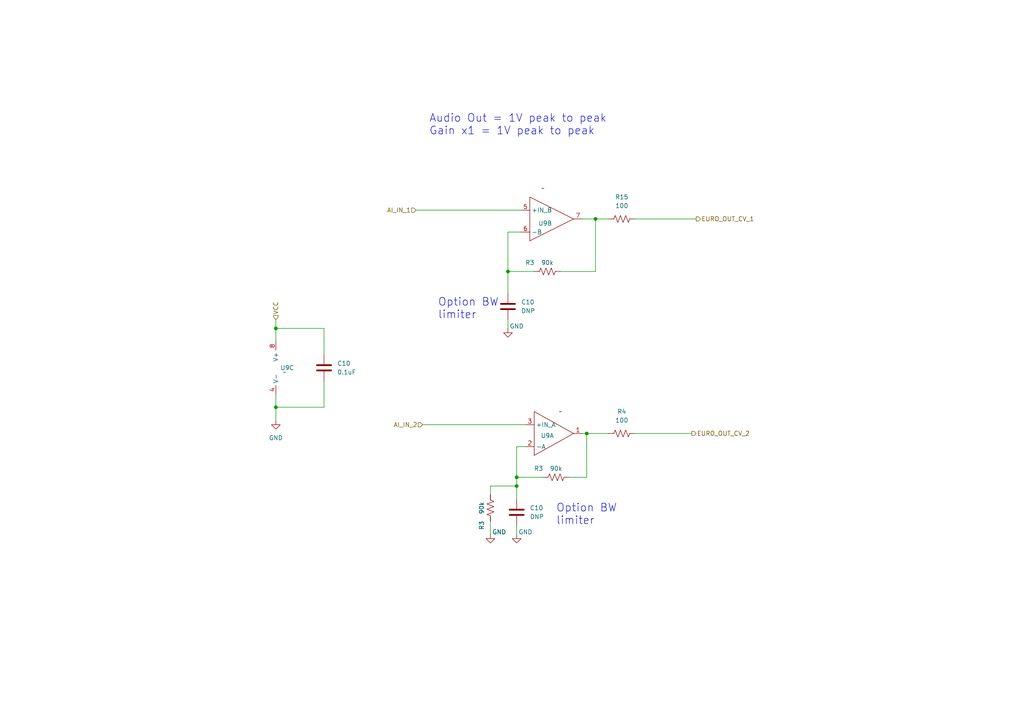
<source format=kicad_sch>
(kicad_sch (version 20230121) (generator eeschema)
  (paper "A4")
  (lib_symbols
    (symbol "Device:C" (pin_numbers hide) (pin_names (offset 0.254))
      (property "Reference" "C" (at 0.635 2.54 0))
      (property "Value" "C" (at 0.635 -2.54 0))
      (symbol "C_0_1"
        (polyline (pts (xy -2.032 -0.762) (xy 2.032 -0.762)) (stroke (width 0.508)))
        (polyline (pts (xy -2.032 0.762) (xy 2.032 0.762)) (stroke (width 0.508)))
      )
      (symbol "C_1_1"
        (pin passive line (at 0 3.81 270) (length 2.794) (name "~") (number "1"))
        (pin passive line (at 0 -3.81 90) (length 2.794) (name "~") (number "2"))
      )
    )
    (symbol "Device:R_US" (pin_numbers hide) (pin_names (offset 0))
      (property "Reference" "R" (at 2.54 0 90))
      (property "Value" "R_US" (at -2.54 0 90))
      (symbol "R_US_0_1"
        (polyline (pts (xy 0 -2.286) (xy 0 -2.54)))
        (polyline (pts (xy 0 2.286) (xy 0 2.54)))
        (polyline (pts (xy 0 -0.762) (xy 1.016 -1.143) (xy 0 -1.524) (xy -1.016 -1.905) (xy 0 -2.286)))
        (polyline (pts (xy 0 0.762) (xy 1.016 0.381) (xy 0 0) (xy -1.016 -0.381) (xy 0 -0.762)))
        (polyline (pts (xy 0 2.286) (xy 1.016 1.905) (xy 0 1.524) (xy -1.016 1.143) (xy 0 0.762)))
      )
      (symbol "R_US_1_1"
        (pin passive line (at 0 3.81 270) (length 1.27) (name "~") (number "1"))
        (pin passive line (at 0 -3.81 90) (length 1.27) (name "~") (number "2"))
      )
    )
    (symbol "OPA1688_SOIC8_1"
      (property "Reference" "U" (at 2.54 0 0))
      (symbol "OPA1688_SOIC8_1_1_1"
        (polyline (pts (xy 0 6.35) (xy 0 -6.35) (xy 11.43 0) (xy 0 6.35) (xy 0 6.35)))
        (pin output line (at 13.97 0 180) (length 2.54) (name "") (number "1"))
        (pin input line (at -2.54 3.81 0) (length 2.54) (name "-A") (number "2"))
        (pin input line (at -2.54 -2.54 0) (length 2.54) (name "+IN_A") (number "3"))
      )
      (symbol "OPA1688_SOIC8_1_2_1"
        (polyline (pts (xy 0 6.35) (xy 0 -6.35) (xy 12.7 0) (xy 0 6.35) (xy 0 6.35)))
        (pin input line (at -2.54 -2.54 0) (length 2.54) (name "+IN_B") (number "5"))
        (pin input line (at -2.54 3.81 0) (length 2.54) (name "-B") (number "6"))
        (pin output line (at 15.24 0 180) (length 2.54) (name "") (number "7"))
      )
      (symbol "OPA1688_SOIC8_1_3_1"
        (pin power_in line (at 0 -6.35 90) (length 2.54) (name "V-") (number "4"))
        (pin power_in line (at 0 8.89 270) (length 2.54) (name "V+") (number "8"))
      )
    )
    (symbol "OPA1688_SOIC8_2"
      (property "Reference" "U" (at 2.54 0 0))
      (symbol "OPA1688_SOIC8_2_1_1"
        (polyline (pts (xy 0 6.35) (xy 0 -6.35) (xy 11.43 0) (xy 0 6.35) (xy 0 6.35)))
        (pin output line (at 13.97 0 180) (length 2.54) (name "") (number "1"))
        (pin input line (at -2.54 3.81 0) (length 2.54) (name "-A") (number "2"))
        (pin input line (at -2.54 -2.54 0) (length 2.54) (name "+IN_A") (number "3"))
      )
      (symbol "OPA1688_SOIC8_2_2_1"
        (polyline (pts (xy 0 6.35) (xy 0 -6.35) (xy 12.7 0) (xy 0 6.35) (xy 0 6.35)))
        (pin input line (at -2.54 -2.54 0) (length 2.54) (name "+IN_B") (number "5"))
        (pin input line (at -2.54 3.81 0) (length 2.54) (name "-B") (number "6"))
        (pin output line (at 15.24 0 180) (length 2.54) (name "") (number "7"))
      )
      (symbol "OPA1688_SOIC8_2_3_1"
        (pin power_in line (at 0 -6.35 90) (length 2.54) (name "V-") (number "4"))
        (pin power_in line (at 0 8.89 270) (length 2.54) (name "V+") (number "8"))
      )
    )
    (symbol "Ultralibrarian_modified_symbols:OPA1688_SOIC8"
      (property "Reference" "U" (at 2.54 0 0))
      (symbol "OPA1688_SOIC8_1_1"
        (polyline (pts (xy 0 6.35) (xy 0 -8.89) (xy 17.78 0) (xy 0 10.16) (xy 0 6.35)))
        (pin output line (at 20.32 0 180) (length 2.54) (name "OUT_A") (number "1"))
        (pin input line (at -2.54 3.81 0) (length 2.54) (name "-A") (number "2"))
        (pin input line (at -2.54 -2.54 0) (length 2.54) (name "+IN_A") (number "3"))
      )
      (symbol "OPA1688_SOIC8_2_1"
        (polyline (pts (xy 0 6.35) (xy 0 -8.89) (xy 17.78 0) (xy 0 10.16) (xy 0 6.35)))
        (pin input line (at -2.54 -2.54 0) (length 2.54) (name "+IN_B") (number "5"))
        (pin input line (at -2.54 3.81 0) (length 2.54) (name "-B") (number "6"))
        (pin output line (at 20.32 0 180) (length 2.54) (name "OUT_B") (number "7"))
      )
      (symbol "OPA1688_SOIC8_3_1"
        (pin power_in line (at 0 -6.35 90) (length 2.54) (name "V-") (number "4"))
        (pin power_in line (at 0 8.89 270) (length 2.54) (name "V+") (number "8"))
      )
    )
    (symbol "power:GND" (power) (pin_names (offset 0))
      (property "Value" "GND" (at 0 -3.81 0))
      (symbol "GND_0_1"
        (polyline (pts (xy 0 0) (xy 0 -1.27) (xy 1.27 -1.27) (xy 0 -2.54) (xy -1.27 -1.27) (xy 0 -1.27)))
      )
      (symbol "GND_1_1"
        (pin power_in line (at 0 0 270) (length 0) hide (name "GND") (number "1"))
      )
    )
  )
  (junction (at 172.72 63.5))
  (junction (at 149.86 138.43))
  (junction (at 80.01 118.11))
  (junction (at 149.86 140.97))
  (junction (at 147.32 78.74))
  (junction (at 80.01 95.25))
  (junction (at 170.18 125.73))
  (wire (pts (xy 172.72 78.74) (xy 172.72 63.5)))
  (wire (pts (xy 170.18 125.73) (xy 170.18 138.43)))
  (wire (pts (xy 93.98 102.87) (xy 93.98 95.25)))
  (wire (pts (xy 168.91 63.5) (xy 172.72 63.5)))
  (wire (pts (xy 149.86 144.78) (xy 149.86 140.97)))
  (wire (pts (xy 142.24 143.51) (xy 142.24 140.97)))
  (wire (pts (xy 142.24 154.94) (xy 142.24 151.13)))
  (wire (pts (xy 80.01 121.92) (xy 80.01 118.11)))
  (wire (pts (xy 157.48 138.43) (xy 149.86 138.43)))
  (wire (pts (xy 170.18 125.73) (xy 176.53 125.73)))
  (wire (pts (xy 147.32 78.74) (xy 147.32 85.09)))
  (wire (pts (xy 149.86 154.94) (xy 149.86 152.4)))
  (wire (pts (xy 168.91 125.73) (xy 170.18 125.73)))
  (wire (pts (xy 142.24 140.97) (xy 149.86 140.97)))
  (wire (pts (xy 165.1 138.43) (xy 170.18 138.43)))
  (wire (pts (xy 162.56 78.74) (xy 172.72 78.74)))
  (wire (pts (xy 80.01 92.71) (xy 80.01 95.25)))
  (wire (pts (xy 122.555 123.19) (xy 152.4 123.19)))
  (wire (pts (xy 93.98 118.11) (xy 80.01 118.11)))
  (wire (pts (xy 147.32 95.25) (xy 147.32 92.71)))
  (wire (pts (xy 147.32 78.74) (xy 147.32 67.31)))
  (wire (pts (xy 93.98 110.49) (xy 93.98 118.11)))
  (wire (pts (xy 80.01 95.25) (xy 80.01 99.06)))
  (wire (pts (xy 172.72 63.5) (xy 176.53 63.5)))
  (wire (pts (xy 149.86 129.54) (xy 152.4 129.54)))
  (wire (pts (xy 147.32 67.31) (xy 151.13 67.31)))
  (wire (pts (xy 93.98 95.25) (xy 80.01 95.25)))
  (wire (pts (xy 184.15 125.73) (xy 200.66 125.73)))
  (wire (pts (xy 120.65 60.96) (xy 151.13 60.96)))
  (wire (pts (xy 149.86 140.97) (xy 149.86 138.43)))
  (wire (pts (xy 149.86 129.54) (xy 149.86 138.43)))
  (wire (pts (xy 154.94 78.74) (xy 147.32 78.74)))
  (wire (pts (xy 184.15 63.5) (xy 201.93 63.5)))
  (wire (pts (xy 80.01 118.11) (xy 80.01 114.3)))
  (text "Option BW\nlimiter" (at 161.29 152.4 0) (effects (font (size 2.27 2.27)) (justify left bottom)))
  (text "Audio Out = 1V peak to peak\nGain x1 = 1V peak to peak" (at 124.46 39.37 0) (effects (font (size 2.27 2.27)) (justify left bottom)))
  (text "Option BW\nlimiter" (at 127 92.71 0) (effects (font (size 2.27 2.27)) (justify left bottom)))
  (hierarchical_label "EURO_OUT_CV_1" (shape output) (at 201.93 63.5 0))
  (hierarchical_label "AI_IN_2" (shape input) (at 122.555 123.19 180))
  (hierarchical_label "EURO_OUT_CV_2" (shape output) (at 200.66 125.73 0))
  (hierarchical_label "AI_IN_1" (shape input) (at 120.65 60.96 180))
  (hierarchical_label "VCC" (shape input) (at 80.01 92.71 90))
  (symbol (lib_id "Device:C") (at 147.32 88.9 0) (unit 1)
    (property "Reference" "C10" (at 151.13 87.63 0) (effects (justify left)))
    (property "Value" "DNP" (at 151.13 90.17 0) (effects (justify left)))
    (property "Footprint" "Capacitor_SMD:C_0402_1005Metric" (effects hide))
    (instances (project "DaisySeedBreakout" (path "" (reference "C10") (unit 1)) (path "" (reference "C71") (unit 1))) (project "DaisySeedAccessories" (path "" (reference "C8") (unit 1)) (path "" (reference "C18") (unit 1))))
  )
  (symbol (lib_id "Device:C") (at 149.86 148.59 0) (unit 1)
    (property "Reference" "C10" (at 153.67 147.32 0) (effects (justify left)))
    (property "Value" "DNP" (at 153.67 149.86 0) (effects (justify left)))
    (property "Footprint" "Capacitor_SMD:C_0402_1005Metric" (effects hide))
    (instances (project "DaisySeedBreakout" (path "" (reference "C10") (unit 1)) (path "" (reference "C70") (unit 1))) (project "DaisySeedAccessories" (path "" (reference "C9") (unit 1)) (path "" (reference "C19") (unit 1))))
  )
  (symbol (lib_id "Device:C") (at 93.98 106.68 0) (unit 1)
    (property "Reference" "C10" (at 97.79 105.41 0) (effects (justify left)))
    (property "Value" "0.1uF" (at 97.79 107.95 0) (effects (justify left)))
    (property "Footprint" "Capacitor_SMD:C_0402_1005Metric" (effects hide))
    (instances (project "DaisySeedBreakout" (path "" (reference "C10") (unit 1)) (path "" (reference "C24") (unit 1))) (project "DaisySeedAccessories" (path "" (reference "C5") (unit 1)) (path "" (reference "C12") (unit 1))))
  )
  (symbol (lib_id "Device:R_US") (at 180.34 63.5 90) (unit 1)
    (property "Reference" "R15" (at 180.34 57.15 90))
    (property "Value" "100" (at 180.34 59.69 90))
    (property "Footprint" "Resistor_SMD:R_0402_1005Metric" (effects hide))
    (instances (project "DaisySeedBreakout" (path "" (reference "R15") (unit 1)) (path "" (reference "R19") (unit 1))) (project "DaisySeedAccessories" (path "" (reference "R12") (unit 1)) (path "" (reference "R32") (unit 1))))
  )
  (symbol (lib_id "Device:R_US") (at 161.29 138.43 90) (unit 1)
    (property "Reference" "R3" (at 156.21 135.89 90))
    (property "Value" "90k" (at 161.29 135.89 90))
    (property "Footprint" "Resistor_SMD:R_0402_1005Metric" (effects hide))
    (instances (project "DaisySeedBreakout" (path "" (reference "R3") (unit 1)) (path "" (reference "R8") (unit 1))) (project "DaisySeedAccessories" (path "" (reference "R11") (unit 1)) (path "" (reference "R31") (unit 1))))
  )
  (symbol (lib_id "power:GND") (at 147.32 95.25 0) (unit 1)
    (property "Reference" "#PWR05" (effects hide))
    (property "Value" "GND" (at 149.86 94.615 0))
    (instances (project "DaisySeedBreakout" (path "" (reference "#PWR05") (unit 1)) (path "" (reference "#PWR0173") (unit 1))) (project "DaisySeedAccessories" (path "" (reference "#PWR013") (unit 1)) (path "" (reference "#PWR027") (unit 1))))
  )
  (symbol (lib_id "Device:R_US") (at 180.34 125.73 90) (unit 1)
    (property "Reference" "R4" (at 180.34 119.38 90))
    (property "Value" "100" (at 180.34 121.92 90))
    (property "Footprint" "Resistor_SMD:R_0402_1005Metric" (effects hide))
    (instances (project "DaisySeedBreakout" (path "" (reference "R4") (unit 1)) (path "" (reference "R18") (unit 1))) (project "DaisySeedAccessories" (path "" (reference "R13") (unit 1)) (path "" (reference "R33") (unit 1))))
  )
  (symbol (lib_id "Device:R_US") (at 158.75 78.74 90) (unit 1)
    (property "Reference" "R3" (at 153.67 76.2 90))
    (property "Value" "90k" (at 158.75 76.2 90))
    (property "Footprint" "Resistor_SMD:R_0402_1005Metric" (effects hide))
    (instances (project "DaisySeedBreakout" (path "" (reference "R3") (unit 1)) (path "" (reference "R66") (unit 1))) (project "DaisySeedAccessories" (path "" (reference "R10") (unit 1)) (path "" (reference "R30") (unit 1))))
  )
  (symbol (lib_id "Ultralibrarian_modified_symbols:OPA1688_SOIC8") (at 80.01 107.95 0) (unit 3)
    (property "Reference" "U9" (at 81.28 106.68 0) (effects (justify left)))
    (property "Value" "~" (at 82.55 107.95 0))
    (property "Footprint" "Ultralibrarian:D8_TEX" (effects hide))
    (instances (project "DaisySeedBreakout" (path "" (reference "U9") (unit 3)) (path "" (reference "U3") (unit 3))) (project "DaisySeedAccessories" (path "" (reference "U2") (unit 3)) (path "" (reference "U4") (unit 3))))
  )
  (symbol (lib_id "power:GND") (at 149.86 154.94 0) (unit 1)
    (property "Reference" "#PWR05" (effects hide))
    (property "Value" "GND" (at 152.4 154.305 0))
    (instances (project "DaisySeedBreakout" (path "" (reference "#PWR05") (unit 1)) (path "" (reference "#PWR09") (unit 1))) (project "DaisySeedAccessories" (path "" (reference "#PWR014") (unit 1)) (path "" (reference "#PWR028") (unit 1))))
  )
  (symbol (lib_name "OPA1688_SOIC8_1") (lib_id "Ultralibrarian_modified_symbols:OPA1688_SOIC8") (at 154.94 125.73 0) (mirror x) (unit 1)
    (property "Reference" "U9" (at 158.75 126.365 0))
    (property "Value" "~" (at 162.56 119.38 0))
    (property "Footprint" "Ultralibrarian:D8_TEX" (effects hide))
    (instances (project "DaisySeedBreakout" (path "" (reference "U9") (unit 1)) (path "" (reference "U3") (unit 1))) (project "DaisySeedAccessories" (path "" (reference "U2") (unit 1)) (path "" (reference "U4") (unit 1))))
  )
  (symbol (lib_id "power:GND") (at 80.01 121.92 0) (unit 1)
    (property "Reference" "#PWR07" (effects hide))
    (property "Value" "GND" (at 80.01 127 0))
    (instances (project "DaisySeedBreakout" (path "" (reference "#PWR07") (unit 1)) (path "" (reference "#PWR010") (unit 1))) (project "DaisySeedAccessories" (path "" (reference "#PWR09") (unit 1)) (path "" (reference "#PWR023") (unit 1))))
  )
  (symbol (lib_name "OPA1688_SOIC8_2") (lib_id "Ultralibrarian_modified_symbols:OPA1688_SOIC8") (at 153.67 63.5 0) (mirror x) (unit 2)
    (property "Reference" "U9" (at 158.115 64.77 0))
    (property "Value" "~" (at 157.48 54.61 0))
    (property "Footprint" "Ultralibrarian:D8_TEX" (effects hide))
    (instances (project "DaisySeedBreakout" (path "" (reference "U9") (unit 2)) (path "" (reference "U3") (unit 2))) (project "DaisySeedAccessories" (path "" (reference "U2") (unit 2)) (path "" (reference "U4") (unit 2))))
  )
  (symbol (lib_id "power:GND") (at 142.24 154.94 0) (unit 1)
    (property "Reference" "#PWR05" (effects hide))
    (property "Value" "GND" (at 144.78 154.305 0))
    (instances (project "DaisySeedBreakout" (path "" (reference "#PWR05") (unit 1)) (path "" (reference "#PWR09") (unit 1))) (project "DaisySeedAccessories" (path "" (reference "#PWR017") (unit 1)) (path "" (reference "#PWR026") (unit 1))))
  )
  (symbol (lib_id "Device:R_US") (at 142.24 147.32 180) (unit 1)
    (property "Reference" "R3" (at 139.7 152.4 90))
    (property "Value" "90k" (at 139.7 147.32 90))
    (property "Footprint" "Resistor_SMD:R_0402_1005Metric" (effects hide))
    (instances (project "DaisySeedBreakout" (path "" (reference "R3") (unit 1)) (path "" (reference "R8") (unit 1))) (project "DaisySeedAccessories" (path "" (reference "R16") (unit 1)) (path "" (reference "R29") (unit 1))))
  )
)
</source>
